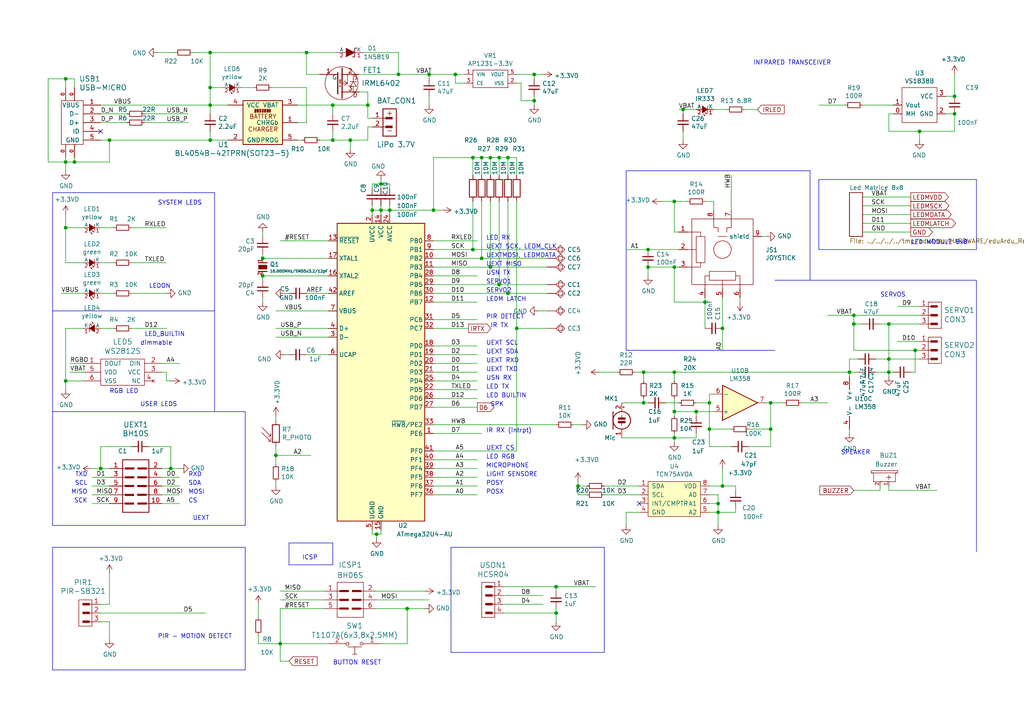
<source format=kicad_sch>
(kicad_sch (version 20230121) (generator eeschema)
  (paper "A4")
  (junction (at 115.57 21.59))
  (junction (at 80.01 132.08))
  (junction (at 109.22 154.94))
  (junction (at 19.05 22.86))
  (junction (at 186.69 107.95))
  (junction (at 195.58 58.42))
  (junction (at 118.11 176.53))
  (junction (at 161.29 170.18))
  (junction (at 107.95 60.96))
  (junction (at 223.52 116.84))
  (junction (at 223.52 124.46))
  (junction (at 137.16 72.39))
  (junction (at 29.21 135.89))
  (junction (at 76.2 74.93))
  (junction (at 187.96 77.47))
  (junction (at 19.05 46.99))
  (junction (at 195.58 119.38))
  (junction (at 147.32 85.09))
  (junction (at 208.28 146.05))
  (junction (at 154.94 29.21))
  (junction (at 205.74 124.46))
  (junction (at 208.28 148.59))
  (junction (at 19.05 66.04))
  (junction (at 76.2 80.01))
  (junction (at 257.81 93.98))
  (junction (at 139.7 74.93))
  (junction (at 209.55 140.97))
  (junction (at 96.52 30.48))
  (junction (at 195.58 107.95))
  (junction (at 276.86 27.94))
  (junction (at 101.6 40.64))
  (junction (at 125.73 60.96))
  (junction (at 137.16 45.72))
  (junction (at 149.86 95.25))
  (junction (at 142.24 45.72))
  (junction (at 60.96 30.48))
  (junction (at 246.38 107.95))
  (junction (at 110.49 53.34))
  (junction (at 195.58 77.47))
  (junction (at 49.53 135.89))
  (junction (at 265.43 101.6))
  (junction (at 167.64 140.97))
  (junction (at 19.05 110.49))
  (junction (at 124.46 21.59))
  (junction (at 139.7 45.72))
  (junction (at 96.52 40.64))
  (junction (at 195.58 127))
  (junction (at 60.96 25.4))
  (junction (at 154.94 21.59))
  (junction (at 187.96 72.39))
  (junction (at 31.75 40.64))
  (junction (at 110.49 60.96))
  (junction (at 257.81 107.95))
  (junction (at 60.96 40.64))
  (junction (at 88.9 15.24))
  (junction (at 147.32 45.72))
  (junction (at 266.7 38.1))
  (junction (at 144.78 82.55))
  (junction (at 276.86 33.02))
  (junction (at 161.29 177.8))
  (junction (at 201.93 119.38))
  (junction (at 257.81 104.14))
  (junction (at 144.78 45.72))
  (junction (at 186.69 116.84))
  (junction (at 198.12 31.75))
  (junction (at 81.28 186.69))
  (junction (at 209.55 95.25))
  (junction (at 204.47 87.63))
  (junction (at 247.65 93.98))
  (junction (at 60.96 15.24))
  (junction (at 106.68 30.48))
  (junction (at 113.03 60.96))
  (junction (at 132.08 21.59))
  (junction (at 21.59 46.99))
  (junction (at 205.74 116.84))
  (junction (at 142.24 77.47))
  (junction (at 247.65 91.44))
  (no_connect (at 185.42 146.05))
  (no_connect (at 29.21 38.1))
  (wire (pts (xy 212.09 129.54) (xy 205.74 129.54)))
  (wire (pts (xy 266.7 38.1) (xy 257.81 38.1)))
  (wire (pts (xy 137.16 50.8) (xy 137.16 45.72)))
  (wire (pts (xy 46.99 135.89) (xy 49.53 135.89)))
  (wire (pts (xy 95.25 69.85) (xy 81.28 69.85)))
  (wire (pts (xy 181.61 148.59) (xy 181.61 152.4)))
  (wire (pts (xy 107.95 53.34) (xy 110.49 53.34)))
  (wire (pts (xy 264.16 107.95) (xy 265.43 107.95)))
  (wire (pts (xy 125.73 74.93) (xy 139.7 74.93)))
  (wire (pts (xy 201.93 31.75) (xy 198.12 31.75)))
  (wire (pts (xy 24.13 105.41) (xy 20.32 105.41)))
  (wire (pts (xy 81.28 191.77) (xy 83.82 191.77)))
  (wire (pts (xy 81.28 186.69) (xy 74.93 186.69)))
  (wire (pts (xy 124.46 27.94) (xy 124.46 30.48)))
  (wire (pts (xy 125.73 69.85) (xy 138.43 69.85)))
  (wire (pts (xy 96.52 30.48) (xy 106.68 30.48)))
  (wire (pts (xy 106.68 26.67) (xy 106.68 30.48)))
  (wire (pts (xy 154.94 21.59) (xy 157.48 21.59)))
  (wire (pts (xy 106.68 30.48) (xy 106.68 34.29)))
  (wire (pts (xy 204.47 87.63) (xy 195.58 87.63)))
  (wire (pts (xy 195.58 58.42) (xy 199.39 58.42)))
  (wire (pts (xy 161.29 177.8) (xy 161.29 180.34)))
  (wire (pts (xy 205.74 148.59) (xy 208.28 148.59)))
  (wire (pts (xy 257.81 104.14) (xy 266.7 104.14)))
  (wire (pts (xy 139.7 58.42) (xy 139.7 74.93)))
  (wire (pts (xy 80.01 132.08) (xy 80.01 129.54)))
  (wire (pts (xy 196.85 116.84) (xy 193.04 116.84)))
  (wire (pts (xy 125.73 135.89) (xy 138.43 135.89)))
  (wire (pts (xy 257.81 33.02) (xy 259.08 33.02)))
  (wire (pts (xy 21.59 25.4) (xy 21.59 22.86)))
  (wire (pts (xy 276.86 38.1) (xy 266.7 38.1)))
  (wire (pts (xy 170.18 140.97) (xy 167.64 140.97)))
  (wire (pts (xy 21.59 45.72) (xy 21.59 46.99)))
  (wire (pts (xy 149.86 24.13) (xy 151.13 24.13)))
  (wire (pts (xy 125.73 113.03) (xy 138.43 113.03)))
  (wire (pts (xy 29.21 33.02) (xy 36.83 33.02)))
  (wire (pts (xy 76.2 74.93) (xy 76.2 73.66)))
  (wire (pts (xy 246.38 104.14) (xy 246.38 107.95)))
  (wire (pts (xy 205.74 143.51) (xy 208.28 143.51)))
  (wire (pts (xy 60.96 30.48) (xy 60.96 33.02)))
  (wire (pts (xy 260.35 99.06) (xy 266.7 99.06)))
  (wire (pts (xy 125.73 102.87) (xy 138.43 102.87)))
  (wire (pts (xy 74.93 186.69) (xy 74.93 184.15)))
  (wire (pts (xy 95.25 80.01) (xy 76.2 80.01)))
  (wire (pts (xy 83.82 102.87) (xy 82.55 102.87)))
  (wire (pts (xy 31.75 143.51) (xy 26.67 143.51)))
  (wire (pts (xy 223.52 116.84) (xy 227.33 116.84)))
  (polyline (pts (xy 283.21 81.28) (xy 283.21 160.02)))
  (wire (pts (xy 38.1 95.25) (xy 48.26 95.25)))
  (polyline (pts (xy 83.82 157.48) (xy 96.52 157.48)))
  (wire (pts (xy 125.73 143.51) (xy 138.43 143.51)))
  (wire (pts (xy 149.86 45.72) (xy 149.86 50.8)))
  (wire (pts (xy 125.73 92.71) (xy 138.43 92.71)))
  (wire (pts (xy 223.52 129.54) (xy 223.52 124.46)))
  (wire (pts (xy 125.73 80.01) (xy 138.43 80.01)))
  (wire (pts (xy 113.03 59.69) (xy 113.03 60.96)))
  (polyline (pts (xy 181.61 49.53) (xy 234.95 49.53)))
  (wire (pts (xy 201.93 120.65) (xy 201.93 119.38)))
  (wire (pts (xy 146.05 175.26) (xy 157.48 175.26)))
  (wire (pts (xy 247.65 93.98) (xy 247.65 91.44)))
  (wire (pts (xy 115.57 15.24) (xy 115.57 21.59)))
  (wire (pts (xy 257.81 107.95) (xy 257.81 109.22)))
  (wire (pts (xy 154.94 27.94) (xy 154.94 29.21)))
  (wire (pts (xy 254 104.14) (xy 257.81 104.14)))
  (wire (pts (xy 93.98 176.53) (xy 81.28 176.53)))
  (wire (pts (xy 144.78 50.8) (xy 144.78 45.72)))
  (wire (pts (xy 125.73 105.41) (xy 138.43 105.41)))
  (wire (pts (xy 195.58 107.95) (xy 195.58 110.49)))
  (wire (pts (xy 101.6 43.18) (xy 101.6 40.64)))
  (wire (pts (xy 101.6 40.64) (xy 106.68 40.64)))
  (wire (pts (xy 195.58 67.31) (xy 196.85 67.31)))
  (wire (pts (xy 29.21 76.2) (xy 33.02 76.2)))
  (wire (pts (xy 81.28 186.69) (xy 81.28 191.77)))
  (wire (pts (xy 31.75 180.34) (xy 31.75 185.42)))
  (wire (pts (xy 125.73 87.63) (xy 138.43 87.63)))
  (wire (pts (xy 95.25 90.17) (xy 80.01 90.17)))
  (wire (pts (xy 201.93 125.73) (xy 201.93 127)))
  (wire (pts (xy 125.73 123.19) (xy 161.29 123.19)))
  (wire (pts (xy 81.28 176.53) (xy 81.28 186.69)))
  (polyline (pts (xy 237.49 52.07) (xy 283.21 52.07)))
  (wire (pts (xy 49.53 135.89) (xy 52.07 135.89)))
  (wire (pts (xy 125.73 125.73) (xy 139.7 125.73)))
  (wire (pts (xy 107.95 62.23) (xy 107.95 60.96)))
  (wire (pts (xy 80.01 121.92) (xy 80.01 120.65)))
  (wire (pts (xy 88.9 102.87) (xy 95.25 102.87)))
  (wire (pts (xy 50.8 15.24) (xy 45.72 15.24)))
  (wire (pts (xy 142.24 77.47) (xy 158.75 77.47)))
  (wire (pts (xy 195.58 115.57) (xy 195.58 119.38)))
  (wire (pts (xy 46.99 138.43) (xy 52.07 138.43)))
  (wire (pts (xy 19.05 45.72) (xy 19.05 46.99)))
  (wire (pts (xy 46.99 146.05) (xy 52.07 146.05)))
  (wire (pts (xy 142.24 45.72) (xy 144.78 45.72)))
  (wire (pts (xy 149.86 95.25) (xy 158.75 95.25)))
  (polyline (pts (xy 15.24 158.75) (xy 71.12 158.75)))
  (wire (pts (xy 208.28 143.51) (xy 208.28 146.05)))
  (wire (pts (xy 144.78 45.72) (xy 147.32 45.72)))
  (wire (pts (xy 69.85 25.4) (xy 73.66 25.4)))
  (wire (pts (xy 105.41 15.24) (xy 115.57 15.24)))
  (wire (pts (xy 213.36 147.32) (xy 213.36 148.59)))
  (wire (pts (xy 19.05 110.49) (xy 19.05 113.03)))
  (wire (pts (xy 24.13 76.2) (xy 19.05 76.2)))
  (wire (pts (xy 264.16 57.15) (xy 250.19 57.15)))
  (wire (pts (xy 109.22 171.45) (xy 123.19 171.45)))
  (wire (pts (xy 107.95 54.61) (xy 107.95 53.34)))
  (wire (pts (xy 46.99 107.95) (xy 48.26 107.95)))
  (wire (pts (xy 97.79 15.24) (xy 88.9 15.24)))
  (wire (pts (xy 60.96 15.24) (xy 88.9 15.24)))
  (wire (pts (xy 107.95 60.96) (xy 107.95 59.69)))
  (wire (pts (xy 96.52 40.64) (xy 101.6 40.64)))
  (wire (pts (xy 96.52 33.02) (xy 96.52 30.48)))
  (wire (pts (xy 147.32 58.42) (xy 147.32 85.09)))
  (wire (pts (xy 95.25 97.79) (xy 80.01 97.79)))
  (wire (pts (xy 86.36 30.48) (xy 96.52 30.48)))
  (wire (pts (xy 245.11 30.48) (xy 237.49 30.48)))
  (wire (pts (xy 247.65 101.6) (xy 247.65 93.98)))
  (wire (pts (xy 29.21 85.09) (xy 33.02 85.09)))
  (wire (pts (xy 161.29 176.53) (xy 161.29 177.8)))
  (wire (pts (xy 170.18 143.51) (xy 167.64 143.51)))
  (wire (pts (xy 167.64 140.97) (xy 167.64 139.7)))
  (wire (pts (xy 125.73 45.72) (xy 125.73 60.96)))
  (wire (pts (xy 180.34 116.84) (xy 186.69 116.84)))
  (polyline (pts (xy 237.49 72.39) (xy 237.49 52.07)))
  (wire (pts (xy 250.19 59.69) (xy 264.16 59.69)))
  (polyline (pts (xy 130.81 189.23) (xy 175.26 189.23)))
  (wire (pts (xy 38.1 85.09) (xy 48.26 85.09)))
  (wire (pts (xy 104.14 21.59) (xy 115.57 21.59)))
  (wire (pts (xy 19.05 46.99) (xy 21.59 46.99)))
  (wire (pts (xy 208.28 148.59) (xy 208.28 152.4)))
  (wire (pts (xy 205.74 116.84) (xy 205.74 124.46)))
  (wire (pts (xy 125.73 107.95) (xy 138.43 107.95)))
  (wire (pts (xy 144.78 82.55) (xy 158.75 82.55)))
  (wire (pts (xy 232.41 116.84) (xy 240.03 116.84)))
  (wire (pts (xy 109.22 154.94) (xy 109.22 156.21)))
  (wire (pts (xy 139.7 45.72) (xy 142.24 45.72)))
  (wire (pts (xy 132.08 21.59) (xy 134.62 21.59)))
  (polyline (pts (xy 181.61 49.53) (xy 181.61 101.6)))
  (wire (pts (xy 74.93 175.26) (xy 74.93 179.07)))
  (wire (pts (xy 60.96 38.1) (xy 60.96 40.64)))
  (wire (pts (xy 186.69 110.49) (xy 186.69 107.95)))
  (wire (pts (xy 24.13 85.09) (xy 17.78 85.09)))
  (wire (pts (xy 48.26 107.95) (xy 48.26 110.49)))
  (wire (pts (xy 257.81 142.24) (xy 271.78 142.24)))
  (wire (pts (xy 209.55 140.97) (xy 209.55 135.89)))
  (wire (pts (xy 247.65 91.44) (xy 240.03 91.44)))
  (wire (pts (xy 29.21 95.25) (xy 33.02 95.25)))
  (polyline (pts (xy 62.23 90.17) (xy 15.24 90.17)))
  (wire (pts (xy 274.32 27.94) (xy 276.86 27.94)))
  (wire (pts (xy 107.95 36.83) (xy 106.68 36.83)))
  (wire (pts (xy 205.74 124.46) (xy 212.09 124.46)))
  (wire (pts (xy 92.71 40.64) (xy 96.52 40.64)))
  (polyline (pts (xy 62.23 55.88) (xy 62.23 119.38)))
  (wire (pts (xy 266.7 91.44) (xy 247.65 91.44)))
  (wire (pts (xy 13.97 46.99) (xy 19.05 46.99)))
  (wire (pts (xy 173.99 107.95) (xy 179.07 107.95)))
  (wire (pts (xy 254 107.95) (xy 257.81 107.95)))
  (polyline (pts (xy 237.49 72.39) (xy 283.21 72.39)))
  (wire (pts (xy 146.05 170.18) (xy 161.29 170.18)))
  (wire (pts (xy 207.01 60.96) (xy 207.01 58.42)))
  (wire (pts (xy 125.73 115.57) (xy 138.43 115.57)))
  (wire (pts (xy 29.21 135.89) (xy 29.21 129.54)))
  (wire (pts (xy 29.21 175.26) (xy 31.75 175.26)))
  (wire (pts (xy 125.73 133.35) (xy 138.43 133.35)))
  (wire (pts (xy 24.13 95.25) (xy 19.05 95.25)))
  (wire (pts (xy 81.28 186.69) (xy 95.25 186.69)))
  (wire (pts (xy 195.58 58.42) (xy 195.58 67.31)))
  (wire (pts (xy 204.47 87.63) (xy 204.47 95.25)))
  (wire (pts (xy 266.7 101.6) (xy 265.43 101.6)))
  (wire (pts (xy 147.32 45.72) (xy 149.86 45.72)))
  (wire (pts (xy 80.01 140.97) (xy 80.01 139.7)))
  (wire (pts (xy 198.12 38.1) (xy 198.12 40.64)))
  (wire (pts (xy 24.13 107.95) (xy 20.32 107.95)))
  (wire (pts (xy 161.29 170.18) (xy 172.72 170.18)))
  (wire (pts (xy 107.95 153.67) (xy 107.95 154.94)))
  (wire (pts (xy 205.74 129.54) (xy 205.74 124.46)))
  (wire (pts (xy 220.98 68.58) (xy 222.25 68.58)))
  (wire (pts (xy 276.86 33.02) (xy 276.86 38.1)))
  (wire (pts (xy 186.69 115.57) (xy 186.69 116.84)))
  (wire (pts (xy 213.36 148.59) (xy 208.28 148.59)))
  (wire (pts (xy 46.99 140.97) (xy 52.07 140.97)))
  (wire (pts (xy 257.81 38.1) (xy 257.81 33.02)))
  (wire (pts (xy 198.12 33.02) (xy 198.12 31.75)))
  (wire (pts (xy 113.03 54.61) (xy 113.03 53.34)))
  (wire (pts (xy 207.01 58.42) (xy 204.47 58.42)))
  (wire (pts (xy 137.16 45.72) (xy 125.73 45.72)))
  (wire (pts (xy 41.91 35.56) (xy 54.61 35.56)))
  (wire (pts (xy 60.96 25.4) (xy 60.96 15.24)))
  (wire (pts (xy 191.77 58.42) (xy 195.58 58.42)))
  (wire (pts (xy 19.05 66.04) (xy 19.05 76.2)))
  (wire (pts (xy 151.13 24.13) (xy 151.13 29.21)))
  (wire (pts (xy 276.86 27.94) (xy 276.86 21.59)))
  (wire (pts (xy 223.52 124.46) (xy 217.17 124.46)))
  (wire (pts (xy 21.59 22.86) (xy 19.05 22.86)))
  (wire (pts (xy 139.7 50.8) (xy 139.7 45.72)))
  (wire (pts (xy 31.75 138.43) (xy 26.67 138.43)))
  (wire (pts (xy 195.58 125.73) (xy 195.58 127)))
  (wire (pts (xy 259.08 107.95) (xy 257.81 107.95)))
  (wire (pts (xy 96.52 38.1) (xy 96.52 40.64)))
  (wire (pts (xy 125.73 72.39) (xy 137.16 72.39)))
  (wire (pts (xy 204.47 86.36) (xy 204.47 87.63)))
  (wire (pts (xy 109.22 154.94) (xy 110.49 154.94)))
  (polyline (pts (xy 15.24 55.88) (xy 62.23 55.88)))
  (wire (pts (xy 144.78 58.42) (xy 144.78 82.55)))
  (wire (pts (xy 187.96 77.47) (xy 187.96 80.01)))
  (wire (pts (xy 88.9 25.4) (xy 88.9 35.56)))
  (wire (pts (xy 29.21 30.48) (xy 60.96 30.48)))
  (wire (pts (xy 195.58 128.27) (xy 195.58 127)))
  (wire (pts (xy 146.05 172.72) (xy 157.48 172.72)))
  (wire (pts (xy 29.21 180.34) (xy 31.75 180.34)))
  (wire (pts (xy 88.9 35.56) (xy 86.36 35.56)))
  (wire (pts (xy 212.09 50.8) (xy 212.09 60.96)))
  (wire (pts (xy 132.08 24.13) (xy 132.08 21.59)))
  (wire (pts (xy 207.01 119.38) (xy 201.93 119.38)))
  (wire (pts (xy 149.86 95.25) (xy 149.86 130.81)))
  (wire (pts (xy 29.21 177.8) (xy 59.69 177.8)))
  (wire (pts (xy 274.32 33.02) (xy 276.86 33.02)))
  (polyline (pts (xy 15.24 119.38) (xy 71.12 119.38)))
  (wire (pts (xy 185.42 140.97) (xy 175.26 140.97)))
  (wire (pts (xy 41.91 33.02) (xy 54.61 33.02)))
  (wire (pts (xy 195.58 107.95) (xy 246.38 107.95)))
  (wire (pts (xy 205.74 140.97) (xy 209.55 140.97)))
  (wire (pts (xy 125.73 82.55) (xy 144.78 82.55)))
  (wire (pts (xy 60.96 30.48) (xy 60.96 25.4)))
  (wire (pts (xy 167.64 143.51) (xy 167.64 140.97)))
  (wire (pts (xy 125.73 95.25) (xy 135.89 95.25)))
  (wire (pts (xy 124.46 21.59) (xy 132.08 21.59)))
  (wire (pts (xy 166.37 123.19) (xy 168.91 123.19)))
  (wire (pts (xy 255.27 93.98) (xy 257.81 93.98)))
  (wire (pts (xy 137.16 45.72) (xy 139.7 45.72)))
  (wire (pts (xy 80.01 132.08) (xy 90.17 132.08)))
  (wire (pts (xy 110.49 154.94) (xy 110.49 153.67)))
  (wire (pts (xy 93.98 173.99) (xy 81.28 173.99)))
  (wire (pts (xy 113.03 60.96) (xy 125.73 60.96)))
  (wire (pts (xy 137.16 72.39) (xy 158.75 72.39)))
  (wire (pts (xy 250.19 93.98) (xy 247.65 93.98)))
  (wire (pts (xy 29.21 135.89) (xy 26.67 135.89)))
  (wire (pts (xy 83.82 85.09) (xy 82.55 85.09)))
  (wire (pts (xy 125.73 138.43) (xy 138.43 138.43)))
  (wire (pts (xy 46.99 105.41) (xy 52.07 105.41)))
  (polyline (pts (xy 83.82 157.48) (xy 83.82 163.83)))
  (wire (pts (xy 118.11 176.53) (xy 123.19 176.53)))
  (wire (pts (xy 125.73 140.97) (xy 138.43 140.97)))
  (wire (pts (xy 13.97 22.86) (xy 13.97 46.99)))
  (wire (pts (xy 154.94 22.86) (xy 154.94 21.59)))
  (polyline (pts (xy 224.79 81.28) (xy 283.21 81.28)))
  (wire (pts (xy 250.19 64.77) (xy 264.16 64.77)))
  (wire (pts (xy 95.25 95.25) (xy 80.01 95.25)))
  (wire (pts (xy 118.11 186.69) (xy 118.11 176.53)))
  (wire (pts (xy 257.81 140.97) (xy 257.81 142.24)))
  (wire (pts (xy 109.22 173.99) (xy 124.46 173.99)))
  (wire (pts (xy 266.7 93.98) (xy 257.81 93.98)))
  (polyline (pts (xy 181.61 101.6) (xy 224.79 101.6)))
  (wire (pts (xy 257.81 93.98) (xy 257.81 104.14)))
  (wire (pts (xy 186.69 107.95) (xy 195.58 107.95)))
  (wire (pts (xy 19.05 25.4) (xy 19.05 22.86)))
  (wire (pts (xy 196.85 72.39) (xy 187.96 72.39)))
  (wire (pts (xy 147.32 85.09) (xy 158.75 85.09)))
  (wire (pts (xy 195.58 119.38) (xy 195.58 120.65)))
  (wire (pts (xy 196.85 77.47) (xy 195.58 77.47)))
  (wire (pts (xy 246.38 124.46) (xy 246.38 125.73)))
  (wire (pts (xy 31.75 146.05) (xy 26.67 146.05)))
  (wire (pts (xy 110.49 60.96) (xy 113.03 60.96)))
  (wire (pts (xy 19.05 22.86) (xy 13.97 22.86)))
  (polyline (pts (xy 15.24 55.88) (xy 15.24 152.4)))
  (wire (pts (xy 257.81 104.14) (xy 257.81 107.95)))
  (wire (pts (xy 259.08 30.48) (xy 250.19 30.48)))
  (polyline (pts (xy 96.52 163.83) (xy 96.52 157.48)))
  (wire (pts (xy 31.75 135.89) (xy 29.21 135.89)))
  (wire (pts (xy 124.46 22.86) (xy 124.46 21.59)))
  (wire (pts (xy 125.73 60.96) (xy 128.27 60.96)))
  (polyline (pts (xy 71.12 152.4) (xy 71.12 119.38)))
  (wire (pts (xy 246.38 109.22) (xy 246.38 107.95)))
  (wire (pts (xy 104.14 26.67) (xy 106.68 26.67)))
  (wire (pts (xy 24.13 110.49) (xy 19.05 110.49)))
  (wire (pts (xy 209.55 140.97) (xy 213.36 140.97)))
  (wire (pts (xy 250.19 62.23) (xy 264.16 62.23)))
  (wire (pts (xy 86.36 40.64) (xy 87.63 40.64)))
  (wire (pts (xy 29.21 35.56) (xy 36.83 35.56)))
  (wire (pts (xy 24.13 66.04) (xy 19.05 66.04)))
  (wire (pts (xy 19.05 62.23) (xy 19.05 66.04)))
  (wire (pts (xy 125.73 118.11) (xy 138.43 118.11)))
  (polyline (pts (xy 71.12 158.75) (xy 71.12 194.31)))
  (wire (pts (xy 110.49 60.96) (xy 110.49 62.23)))
  (polyline (pts (xy 130.81 158.75) (xy 130.81 189.23)))
  (wire (pts (xy 55.88 15.24) (xy 60.96 15.24)))
  (wire (pts (xy 180.34 127) (xy 195.58 127)))
  (wire (pts (xy 31.75 175.26) (xy 31.75 166.37)))
  (wire (pts (xy 265.43 101.6) (xy 265.43 107.95)))
  (wire (pts (xy 110.49 59.69) (xy 110.49 60.96)))
  (wire (pts (xy 134.62 24.13) (xy 132.08 24.13)))
  (wire (pts (xy 185.42 143.51) (xy 175.26 143.51)))
  (wire (pts (xy 76.2 86.36) (xy 76.2 87.63)))
  (wire (pts (xy 161.29 170.18) (xy 161.29 171.45)))
  (wire (pts (xy 187.96 72.39) (xy 181.61 72.39)))
  (wire (pts (xy 147.32 50.8) (xy 147.32 45.72)))
  (wire (pts (xy 19.05 46.99) (xy 19.05 49.53)))
  (wire (pts (xy 139.7 74.93) (xy 158.75 74.93)))
  (wire (pts (xy 201.93 116.84) (xy 205.74 116.84)))
  (polyline (pts (xy 283.21 52.07) (xy 283.21 72.39)))
  (wire (pts (xy 78.74 25.4) (xy 88.9 25.4)))
  (wire (pts (xy 195.58 127) (xy 201.93 127)))
  (wire (pts (xy 205.74 114.3) (xy 207.01 114.3)))
  (wire (pts (xy 248.92 104.14) (xy 246.38 104.14)))
  (wire (pts (xy 151.13 29.21) (xy 154.94 29.21)))
  (wire (pts (xy 19.05 95.25) (xy 19.05 110.49)))
  (wire (pts (xy 46.99 143.51) (xy 52.07 143.51)))
  (wire (pts (xy 195.58 77.47) (xy 187.96 77.47)))
  (wire (pts (xy 146.05 177.8) (xy 161.29 177.8)))
  (wire (pts (xy 250.19 67.31) (xy 264.16 67.31)))
  (wire (pts (xy 38.1 66.04) (xy 48.26 66.04)))
  (wire (pts (xy 110.49 53.34) (xy 113.03 53.34)))
  (wire (pts (xy 184.15 107.95) (xy 186.69 107.95)))
  (polyline (pts (xy 71.12 194.31) (xy 15.24 194.31)))
  (polyline (pts (xy 175.26 158.75) (xy 130.81 158.75)))
  (wire (pts (xy 195.58 87.63) (xy 195.58 77.47)))
  (wire (pts (xy 213.36 140.97) (xy 213.36 142.24)))
  (wire (pts (xy 214.63 87.63) (xy 214.63 86.36)))
  (polyline (pts (xy 15.24 152.4) (xy 71.12 152.4)))
  (wire (pts (xy 29.21 129.54) (xy 38.1 129.54)))
  (wire (pts (xy 38.1 76.2) (xy 48.26 76.2)))
  (wire (pts (xy 207.01 31.75) (xy 210.82 31.75)))
  (wire (pts (xy 76.2 74.93) (xy 95.25 74.93)))
  (polyline (pts (xy 83.82 163.83) (xy 96.52 163.83)))
  (wire (pts (xy 21.59 46.99) (xy 31.75 46.99)))
  (wire (pts (xy 186.69 116.84) (xy 187.96 116.84)))
  (wire (pts (xy 106.68 34.29) (xy 107.95 34.29)))
  (wire (pts (xy 125.73 100.33) (xy 138.43 100.33)))
  (polyline (pts (xy 15.24 194.31) (xy 15.24 158.75)))
  (wire (pts (xy 110.49 53.34) (xy 110.49 54.61)))
  (wire (pts (xy 110.49 186.69) (xy 118.11 186.69)))
  (wire (pts (xy 115.57 21.59) (xy 124.46 21.59)))
  (wire (pts (xy 265.43 101.6) (xy 247.65 101.6)))
  (wire (pts (xy 60.96 40.64) (xy 31.75 40.64)))
  (wire (pts (xy 31.75 140.97) (xy 26.67 140.97)))
  (wire (pts (xy 88.9 85.09) (xy 95.25 85.09)))
  (wire (pts (xy 209.55 86.36) (xy 209.55 95.25)))
  (wire (pts (xy 48.26 110.49) (xy 49.53 110.49)))
  (wire (pts (xy 110.49 52.07) (xy 110.49 53.34)))
  (wire (pts (xy 255.27 142.24) (xy 247.65 142.24)))
  (wire (pts (xy 201.93 119.38) (xy 195.58 119.38)))
  (wire (pts (xy 222.25 116.84) (xy 223.52 116.84)))
  (wire (pts (xy 260.35 88.9) (xy 266.7 88.9)))
  (polyline (pts (xy 234.95 49.53) (xy 234.95 81.28)))
  (wire (pts (xy 158.75 90.17) (xy 156.21 90.17)))
  (wire (pts (xy 266.7 38.1) (xy 266.7 40.64)))
  (wire (pts (xy 137.16 58.42) (xy 137.16 72.39)))
  (wire (pts (xy 185.42 148.59) (xy 181.61 148.59)))
  (wire (pts (xy 205.74 146.05) (xy 208.28 146.05)))
  (wire (pts (xy 215.9 31.75) (xy 219.71 31.75)))
  (wire (pts (xy 60.96 40.64) (xy 66.04 40.64)))
  (wire (pts (xy 209.55 95.25) (xy 209.55 101.6)))
  (wire (pts (xy 60.96 30.48) (xy 66.04 30.48)))
  (wire (pts (xy 60.96 25.4) (xy 64.77 25.4)))
  (wire (pts (xy 93.98 171.45) (xy 81.28 171.45)))
  (wire (pts (xy 198.12 31.75) (xy 196.85 31.75)))
  (wire (pts (xy 107.95 154.94) (xy 109.22 154.94)))
  (polyline (pts (xy 175.26 189.23) (xy 175.26 158.75)))
  (wire (pts (xy 113.03 60.96) (xy 113.03 62.23)))
  (wire (pts (xy 88.9 21.59) (xy 88.9 15.24)))
  (wire (pts (xy 76.2 80.01) (xy 76.2 81.28)))
  (wire (pts (xy 76.2 68.58) (xy 76.2 67.31)))
  (wire (pts (xy 29.21 66.04) (xy 33.02 66.04)))
  (wire (pts (xy 31.75 46.99) (xy 31.75 40.64)))
  (wire (pts (xy 31.75 40.64) (xy 29.21 40.64)))
  (wire (pts (xy 255.27 140.97) (xy 255.27 142.24)))
  (wire (pts (xy 49.53 129.54) (xy 49.53 135.89)))
  (wire (pts (xy 80.01 134.62) (xy 80.01 132.08)))
  (wire (pts (xy 43.18 129.54) (xy 49.53 129.54)))
  (wire (pts (xy 149.86 58.42) (xy 149.86 95.25)))
  (wire (pts (xy 246.38 107.95) (xy 248.92 107.95)))
  (wire (pts (xy 106.68 36.83) (xy 106.68 40.64)))
  (wire (pts (xy 125.73 85.09) (xy 147.32 85.09)))
  (wire (pts (xy 125.73 77.47) (xy 142.24 77.47)))
  (wire (pts (xy 107.95 60.96) (xy 110.49 60.96)))
  (wire (pts (xy 92.71 21.59) (xy 88.9 21.59)))
  (wire (pts (xy 109.22 176.53) (xy 118.11 176.53)))
  (wire (pts (xy 205.74 114.3) (xy 205.74 116.84)))
  (wire (pts (xy 217.17 129.54) (xy 223.52 129.54)))
  (wire (pts (xy 142.24 58.42) (xy 142.24 77.47)))
  (wire (pts (xy 208.28 146.05) (xy 208.28 148.59)))
  (wire (pts (xy 125.73 110.49) (xy 138.43 110.49)))
  (wire (pts (xy 223.52 116.84) (xy 223.52 124.46)))
  (wire (pts (xy 142.24 50.8) (xy 142.24 45.72)))
  (wire (pts (xy 149.86 21.59) (xy 154.94 21.59)))
  (wire (pts (xy 125.73 130.81) (xy 149.86 130.81)))
  (wire (pts (xy 154.94 29.21) (xy 154.94 30.48)))
  (text "MISO" (at 25.4 143.51 0) (effects (font (size 1.27 1.27)) (justify right bottom)))
  (text "LEDON" (at 43.18 83.82 0) (effects (font (size 1.27 1.27)) (justify left bottom)))
  (text "USN RX" (at 140.97 110.49 0) (effects (font (size 1.27 1.27)) (justify left bottom)))
  (text "UEXT CS" (at 140.97 130.81 0) (effects (font (size 1.27 1.27)) (justify left bottom)))
  (text "SPEAKER" (at 243.84 132.08 0) (effects (font (size 1.27 1.27)) (justify left bottom)))
  (text "CS" (at 54.61 146.05 0) (effects (font (size 1.27 1.27)) (justify left bottom)))
  (text "USN TX" (at 140.97 80.01 0) (effects (font (size 1.27 1.27)) (justify left bottom)))
  (text "UEXT" (at 55.88 151.13 0) (effects (font (size 1.27 1.27)) (justify left bottom)))
  (text "POSX" (at 140.97 143.51 0) (effects (font (size 1.27 1.27)) (justify left bottom)))
  (text "UEXTMOSI, LEDMDATA" (at 140.97 74.93 0) (effects (font (size 1.27 1.27)) (justify left bottom)))
  (text "SERVO1" (at 140.97 82.55 0) (effects (font (size 1.27 1.27)) (justify left bottom)))
  (text "BUTTON RESET" (at 96.52 193.04 0) (effects (font (size 1.27 1.27)) (justify left bottom)))
  (text "MOSI" (at 54.61 143.51 0) (effects (font (size 1.27 1.27)) (justify left bottom)))
  (text "LED_BUILTIN" (at 41.91 97.79 0) (effects (font (size 1.27 1.27)) (justify left bottom)))
  (text "INFRARED TRANSCEIVER" (at 218.44 19.05 0) (effects (font (size 1.27 1.27)) (justify left bottom)))
  (text "IR RX (intrpt)" (at 140.97 125.73 0) (effects (font (size 1.27 1.27)) (justify left bottom)))
  (text "POSY" (at 140.97 140.97 0) (effects (font (size 1.27 1.27)) (justify left bottom)))
  (text "SCK" (at 25.4 146.05 0) (effects (font (size 1.27 1.27)) (justify right bottom)))
  (text "SDA" (at 54.61 140.97 0) (effects (font (size 1.27 1.27)) (justify left bottom)))
  (text "UEXT MISO" (at 140.97 77.47 0) (effects (font (size 1.27 1.27)) (justify left bottom)))
  (text "SYSTEM LEDS" (at 45.72 59.69 0) (effects (font (size 1.27 1.27)) (justify left bottom)))
  (text "PIR - MOTION DETECT" (at 45.72 185.42 0) (effects (font (size 1.27 1.27)) (justify left bottom)))
  (text "LED BUILTIN" (at 140.97 115.57 0) (effects (font (size 1.27 1.27)) (justify left bottom)))
  (text "MICROPHONE" (at 140.97 135.89 0) (effects (font (size 1.27 1.27)) (justify left bottom)))
  (text "USER LEDS" (at 40.64 118.11 0) (effects (font (size 1.27 1.27)) (justify left bottom)))
  (text "dimmable" (at 40.64 100.33 0) (effects (font (size 1.27 1.27)) (justify left bottom)))
  (text "RGB LED" (at 31.75 114.3 0) (effects (font (size 1.27 1.27)) (justify left bottom)))
  (text "LED RX" (at 140.97 69.85 0) (effects (font (size 1.27 1.27)) (justify left bottom)))
  (text "UEXT SCK, LEDM_CLK" (at 140.97 72.39 0) (effects (font (size 1.27 1.27)) (justify left bottom)))
  (text "SPK" (at 142.24 118.11 0) (effects (font (size 1.27 1.27)) (justify left bottom)))
  (text "UEXT SCL" (at 140.97 100.33 0) (effects (font (size 1.27 1.27)) (justify left bottom)))
  (text "RXD" (at 54.61 138.43 0) (effects (font (size 1.27 1.27)) (justify left bottom)))
  (text "UEXT TXD" (at 140.97 107.95 0) (effects (font (size 1.27 1.27)) (justify left bottom)))
  (text "SERVO2" (at 140.97 85.09 0) (effects (font (size 1.27 1.27)) (justify left bottom)))
  (text "UEXT SDA" (at 140.97 102.87 0) (effects (font (size 1.27 1.27)) (justify left bottom)))
  (text "UEXT RXD" (at 140.97 105.41 0) (effects (font (size 1.27 1.27)) (justify left bottom)))
  (text "LED TX" (at 140.97 113.03 0) (effects (font (size 1.27 1.27)) (justify left bottom)))
  (text "LED RGB " (at 140.97 133.35 0) (effects (font (size 1.27 1.27)) (justify left bottom)))
  (text "IR TX" (at 142.24 95.25 0) (effects (font (size 1.27 1.27)) (justify left bottom)))
  (text "LEDM LATCH" (at 140.97 87.63 0) (effects (font (size 1.27 1.27)) (justify left bottom)))
  (text "LED MODULE 8x8" (at 264.16 71.12 0) (effects (font (size 1.27 1.27)) (justify left bottom)))
  (text "LIGHT SENSORE" (at 140.97 138.43 0) (effects (font (size 1.27 1.27)) (justify left bottom)))
  (text "SERVOS" (at 255.27 86.36 0) (effects (font (size 1.27 1.27)) (justify left bottom)))
  (text "TXD" (at 25.4 138.43 0) (effects (font (size 1.27 1.27)) (justify right bottom)))
  (text "PIR DETECT" (at 140.97 92.71 0) (effects (font (size 1.27 1.27)) (justify left bottom)))
  (text "ICSP" (at 87.63 162.56 0) (effects (font (size 1.27 1.27)) (justify left bottom)))
  (text "SCL" (at 25.4 140.97 0) (effects (font (size 1.27 1.27)) (justify right bottom)))
  (label "MISO" (at 27.94 143.51 0))
  (label "VBAT" (at 265.43 142.24 0))
  (label "D2" (at 48.26 140.97 0))
  (label "USB_N" (at 48.26 33.02 0))
  (label "D12" (at 130.81 115.57 0))
  (label "MOSI" (at 130.81 74.93 0))
  (label "VBAT" (at 242.57 91.44 0))
  (label "D_N" (at 29.21 33.02 0))
  (label "A3" (at 234.95 116.84 0))
  (label "VBUS" (at 17.78 85.09 0))
  (label "D1" (at 27.94 138.43 0))
  (label "D10" (at 130.81 85.09 0))
  (label "MISO" (at 82.55 171.45 0))
  (label "GND" (at 252.73 67.31 0))
  (label "RXLED" (at 41.91 66.04 0))
  (label "AREF" (at 88.9 85.09 0))
  (label "A0" (at 209.55 101.6 90))
  (label "SCK" (at 130.81 72.39 0))
  (label "A4" (at 132.08 133.35 0))
  (label "VBAT" (at 120.65 21.59 0))
  (label "D5" (at 55.88 177.8 180))
  (label "VBAT" (at 252.73 57.15 0))
  (label "D6" (at 130.81 118.11 0))
  (label "USB_P" (at 48.26 35.56 0))
  (label "D7" (at 130.81 125.73 0))
  (label "D2" (at 179.07 140.97 0))
  (label "SCK" (at 82.55 173.99 0))
  (label "A1" (at 182.88 72.39 0))
  (label "MOSI" (at 110.49 173.99 0))
  (label "D3" (at 130.81 100.33 0))
  (label "HWB" (at 212.09 54.61 90))
  (label "D0" (at 130.81 105.41 0))
  (label "MISO" (at 130.81 77.47 0))
  (label "VBUS" (at 33.02 30.48 0))
  (label "D1" (at 130.81 107.95 0))
  (label "A3" (at 132.08 135.89 0))
  (label "A0" (at 132.08 143.51 0))
  (label "D9" (at 130.81 82.55 0))
  (label "USB_P" (at 81.28 95.25 0))
  (label "USB_N" (at 81.28 97.79 0))
  (label "A2" (at 132.08 138.43 0))
  (label "D13" (at 130.81 95.25 0))
  (label "D10" (at 261.62 99.06 0))
  (label "D_P" (at 29.21 35.56 0))
  (label "D11" (at 252.73 64.77 0))
  (label "D0" (at 48.26 138.43 0))
  (label "D2" (at 130.81 102.87 0))
  (label "RGBO" (at 20.32 105.41 0))
  (label "#RESET" (at 82.55 176.53 0))
  (label "SCK" (at 252.73 59.69 0))
  (label "A5" (at 48.26 146.05 0))
  (label "D12" (at 41.91 95.25 0))
  (label "D7" (at 240.03 30.48 0))
  (label "VBAT" (at 20.32 107.95 0))
  (label "TXLED" (at 130.81 113.03 0))
  (label "D8" (at 151.13 172.72 0))
  (label "HWB" (at 130.81 123.19 0))
  (label "A5" (at 132.08 130.81 0))
  (label "A1" (at 132.08 140.97 0))
  (label "VBAT" (at 166.37 170.18 0))
  (label "TXLED" (at 41.91 76.2 0))
  (label "A4" (at 48.26 105.41 0))
  (label "D11" (at 130.81 87.63 0))
  (label "MOSI" (at 48.26 143.51 0))
  (label "VBUS" (at 82.55 90.17 0))
  (label "D4" (at 151.13 175.26 0))
  (label "D3" (at 27.94 140.97 0))
  (label "SCK" (at 27.94 146.05 0))
  (label "D4" (at 130.81 110.49 0))
  (label "VBAT" (at 196.85 31.75 0))
  (label "D5" (at 130.81 92.71 0))
  (label "D9" (at 261.62 88.9 0))
  (label "MOSI" (at 252.73 62.23 0))
  (label "D8" (at 130.81 80.01 0))
  (label "D3" (at 179.07 143.51 0))
  (label "#RESET" (at 82.55 69.85 0))
  (label "A2" (at 85.09 132.08 0))
  (label "RXLED" (at 130.81 69.85 0))
  (global_label "LEDMLATCH" (shape output) (at 264.16 64.77 0) (property "Intersheetrefs" "${INTERSHEET_REFS}" (effects hide)))
  (global_label "IRTX" (shape output) (at 135.89 95.25 0) (property "Intersheetrefs" "${INTERSHEET_REFS}" (effects hide)))
  (global_label "GND" (shape output) (at 264.16 67.31 0) (property "Intersheetrefs" "${INTERSHEET_REFS}" (effects hide)))
  (global_label "D6" (shape output) (at 138.43 118.11 0) (property "Intersheetrefs" "${INTERSHEET_REFS}" (effects hide)))
  (global_label "LEDMSCK" (shape output) (at 264.16 59.69 0) (property "Intersheetrefs" "${INTERSHEET_REFS}" (effects hide)))
  (global_label "RESET" (shape input) (at 83.82 191.77 0) (property "Intersheetrefs" "${INTERSHEET_REFS}" (effects hide)))
  (global_label "LEDMVDD" (shape output) (at 264.16 57.15 0) (property "Intersheetrefs" "${INTERSHEET_REFS}" (effects hide)))
  (global_label "BUZZER" (shape input) (at 247.65 142.24 180) (property "Intersheetrefs" "${INTERSHEET_REFS}" (effects hide)))
  (global_label "LEDMDATA" (shape output) (at 264.16 62.23 0) (property "Intersheetrefs" "${INTERSHEET_REFS}" (effects hide)))
  (global_label "IRLED" (shape input) (at 219.71 31.75 0) (property "Intersheetrefs" "${INTERSHEET_REFS}" (effects hide)))
  (symbol (lib_id "eduArdu_Rev_B:USB-MINI") (at 21.59 35.56 0) (mirror y) (unit 1)
    (property "Reference" "USB1" (at 29.21 22.86 0) (effects (font (size 1.524 1.524)) (justify left)))
    (property "Value" "USB-MICRO" (at 36.83 25.4 0) (effects (font (size 1.524 1.524)) (justify left)))
    (property "Footprint" "OLIMEX_Connectors-FP:MICRO_USB_5P-F_TYPE_DIP" (effects hide))
  )
  (symbol (lib_id "eduArdu_Rev_B:GND") (at 19.05 49.53 0) (unit 1)
    (property "Reference" "#PWR01" (effects hide))
    (property "Value" "GND" (at 19.177 53.9242 0))
  )
  (symbol (lib_id "eduArdu_Rev_B:R_Small") (at 39.37 33.02 270) (unit 1)
    (property "Reference" "R5" (at 35.56 31.75 90))
    (property "Value" "22R" (at 43.18 31.75 90))
    (property "Footprint" "OLIMEX_RLC-FP:R_0402_5MIL_DWS" (effects hide))
  )
  (symbol (lib_id "eduArdu_Rev_B:R_Small") (at 39.37 35.56 270) (unit 1)
    (property "Reference" "R6" (at 35.56 34.29 90))
    (property "Value" "22R" (at 43.18 34.29 90))
    (property "Footprint" "OLIMEX_RLC-FP:R_0402_5MIL_DWS" (effects hide))
  )
  (symbol (lib_id "eduArdu_Rev_B:BL4054B-42TPRN(SOT23-5)") (at 76.2 35.56 0) (unit 1)
    (property "Reference" "U1" (at 64.77 41.91 0) (effects (font (size 1.524 1.524))))
    (property "Value" "BL4054B-42TPRN(SOT23-5)" (at 67.31 44.45 0) (effects (font (size 1.524 1.524))))
    (property "Footprint" "OLIMEX_Regulators-FP:SOT-23-5" (effects hide))
  )
  (symbol (lib_id "eduArdu_Rev_B:C_Small") (at 60.96 35.56 0) (unit 1)
    (property "Reference" "C2" (at 63.2968 34.3916 0) (effects (justify left)))
    (property "Value" "2.2uF" (at 63.2968 36.703 0) (effects (justify left)))
    (property "Footprint" "OLIMEX_RLC-FP:C_0603_5MIL_DWS" (effects hide))
  )
  (symbol (lib_id "eduArdu_Rev_B:LED_Small") (at 67.31 25.4 180) (unit 1)
    (property "Reference" "LED6" (at 67.31 19.9644 0))
    (property "Value" "yellow" (at 67.31 22.2758 0))
    (property "Footprint" "OLIMEX_LEDs-FP:LED_0603_KA" (effects hide))
  )
  (symbol (lib_id "eduArdu_Rev_B:R_Small") (at 76.2 25.4 270) (unit 1)
    (property "Reference" "R9" (at 76.2 20.4216 90))
    (property "Value" "2K" (at 76.2 22.733 90))
    (property "Footprint" "OLIMEX_RLC-FP:R_0402_5MIL_DWS" (effects hide))
  )
  (symbol (lib_id "eduArdu_Rev_B:R_Small") (at 90.17 40.64 270) (unit 1)
    (property "Reference" "R10" (at 86.36 43.18 90))
    (property "Value" "10K" (at 93.98 43.18 90))
    (property "Footprint" "OLIMEX_RLC-FP:R_0402_5MIL_DWS" (effects hide))
  )
  (symbol (lib_id "eduArdu_Rev_B:GND") (at 101.6 43.18 0) (unit 1)
    (property "Reference" "#PWR015" (effects hide))
    (property "Value" "GND" (at 101.727 47.5742 0))
  )
  (symbol (lib_id "eduArdu_Rev_B:C_Small") (at 96.52 35.56 0) (unit 1)
    (property "Reference" "C7" (at 98.8568 34.3916 0) (effects (justify left)))
    (property "Value" "2.2uF" (at 98.8568 36.703 0) (effects (justify left)))
    (property "Footprint" "OLIMEX_RLC-FP:C_0603_5MIL_DWS" (effects hide))
  )
  (symbol (lib_id "eduArdu_Rev_B:P-MOS+DIOD") (at 99.06 24.13 270) (mirror x) (unit 1)
    (property "Reference" "FET1" (at 107.95 20.32 90) (effects (font (size 1.524 1.524))))
    (property "Value" "IRML6402" (at 110.49 24.13 90) (effects (font (size 1.524 1.524))))
    (property "Footprint" "OLIMEX_Transistors-FP:SOT23" (effects hide))
  )
  (symbol (lib_id "eduArdu_Rev_B:BAT_CON") (at 113.03 35.56 0) (unit 1)
    (property "Reference" "BAT_CON1" (at 109.22 29.21 0) (effects (font (size 1.524 1.524)) (justify left)))
    (property "Value" "LiPo 3.7V" (at 109.22 41.91 0) (effects (font (size 1.524 1.524)) (justify left)))
    (property "Footprint" "OLIMEX_Connectors-FP:LIPO_BAT-CON2DW02R" (effects hide))
  )
  (symbol (lib_id "eduArdu_Rev_B:D_Schottky") (at 101.6 15.24 180) (unit 1)
    (property "Reference" "D1" (at 107.95 13.97 0))
    (property "Value" "1N5819" (at 109.22 16.51 0))
    (property "Footprint" "OLIMEX_Diodes-FP:SMA-KA" (effects hide))
  )
  (symbol (lib_id "eduArdu_Rev_B:ATmega32U4-AU") (at 110.49 107.95 0) (unit 1)
    (property "Reference" "U2" (at 116.84 152.4 0))
    (property "Value" "ATmega32U4-AU" (at 123.19 154.94 0))
    (property "Footprint" "OLIMEX_IC-FP:TQFP44" (effects hide))
    (property "Datasheet" "http://ww1.microchip.com/downloads/en/DeviceDoc/Atmel-7766-8-bit-AVR-ATmega16U4-32U4_Datasheet.pdf" (effects hide))
  )
  (symbol (lib_id "eduArdu_Rev_B:Crystal") (at 76.2 77.47 270) (unit 1)
    (property "Reference" "Q1" (at 78.2574 76.6826 90) (effects (justify left)))
    (property "Value" "16.000MHz/SMD5x3.2/12pF" (at 78.2574 78.6384 90) (effects (font (size 0.7874 0.7874)) (justify left)))
    (property "Footprint" "OLIMEX_Crystal-FP:HCX-4S_2Pins_5.0x3.2mm" (effects hide))
  )
  (symbol (lib_id "eduArdu_Rev_B:C_Small") (at 76.2 83.82 180) (unit 1)
    (property "Reference" "C4" (at 73.8632 84.9884 0) (effects (justify left)))
    (property "Value" "20pF" (at 73.8632 82.677 0) (effects (justify left)))
    (property "Footprint" "OLIMEX_RLC-FP:C_0402_5MIL_DWS" (effects hide))
  )
  (symbol (lib_id "eduArdu_Rev_B:GND") (at 76.2 87.63 0) (unit 1)
    (property "Reference" "#PWR012" (effects hide))
    (property "Value" "GND" (at 76.327 92.0242 0))
  )
  (symbol (lib_id "eduArdu_Rev_B:C_Small") (at 76.2 71.12 0) (mirror y) (unit 1)
    (property "Reference" "C3" (at 73.8632 69.9516 0) (effects (justify left)))
    (property "Value" "20pF" (at 73.8632 72.263 0) (effects (justify left)))
    (property "Footprint" "OLIMEX_RLC-FP:C_0402_5MIL_DWS" (effects hide))
  )
  (symbol (lib_id "eduArdu_Rev_B:GND") (at 76.2 67.31 0) (mirror x) (unit 1)
    (property "Reference" "#PWR011" (effects hide))
    (property "Value" "GND" (at 76.327 62.9158 0))
  )
  (symbol (lib_id "eduArdu_Rev_B:C_Small") (at 86.36 85.09 270) (unit 1)
    (property "Reference" "C5" (at 82.55 83.82 90))
    (property "Value" "100nF" (at 91.44 86.36 90))
    (property "Footprint" "OLIMEX_RLC-FP:C_0402_5MIL_DWS" (effects hide))
  )
  (symbol (lib_id "eduArdu_Rev_B:GND") (at 82.55 85.09 270) (unit 1)
    (property "Reference" "#PWR013" (effects hide))
    (property "Value" "GND" (at 85.09 86.36 90) (effects (justify right)))
  )
  (symbol (lib_id "eduArdu_Rev_B:C_Small") (at 107.95 57.15 0) (mirror x) (unit 1)
    (property "Reference" "C8" (at 105.41 54.61 90))
    (property "Value" "100nF" (at 118.11 57.15 0))
    (property "Footprint" "OLIMEX_RLC-FP:C_0402_5MIL_DWS" (effects hide))
  )
  (symbol (lib_id "eduArdu_Rev_B:GND") (at 110.49 52.07 0) (mirror x) (unit 1)
    (property "Reference" "#PWR017" (effects hide))
    (property "Value" "GND" (at 111.76 48.26 0) (effects (justify right)))
  )
  (symbol (lib_id "eduArdu_Rev_B:C_Small") (at 110.49 57.15 0) (mirror x) (unit 1)
    (property "Reference" "C9" (at 109.22 54.61 90))
    (property "Value" "100nF" (at 118.11 59.69 0))
    (property "Footprint" "OLIMEX_RLC-FP:C_0402_5MIL_DWS" (effects hide))
  )
  (symbol (lib_id "eduArdu_Rev_B:C_Small") (at 113.03 57.15 0) (mirror x) (unit 1)
    (property "Reference" "C10" (at 111.76 54.61 90))
    (property "Value" "100nF" (at 118.11 62.23 0))
    (property "Footprint" "OLIMEX_RLC-FP:C_0402_5MIL_DWS" (effects hide))
  )
  (symbol (lib_id "eduArdu_Rev_B:C_Small") (at 214.63 129.54 90) (unit 1)
    (property "Reference" "C21" (at 219.71 132.08 90) (effects (justify left)))
    (property "Value" "47pF" (at 219.71 134.62 90) (effects (justify left)))
    (property "Footprint" "OLIMEX_RLC-FP:C_0402_5MIL_DWS" (effects hide))
  )
  (symbol (lib_id "eduArdu_Rev_B:C_Small") (at 124.46 25.4 0) (unit 1)
    (property "Reference" "C11" (at 126.7968 24.2316 0) (effects (justify left)))
    (property "Value" "47uF" (at 126.7968 26.543 0) (effects (justify left)))
    (property "Footprint" "OLIMEX_RLC-FP:C_0805_5MIL_DWS" (effects hide))
  )
  (symbol (lib_id "eduArdu_Rev_B:TCN75") (at 195.58 144.78 0) (unit 1)
    (property "Reference" "U4" (at 195.58 135.255 0))
    (property "Value" "TCN75AVOA" (at 195.58 137.5664 0))
    (property "Footprint" "OLIMEX_IC-FP:SO-8" (effects hide))
  )
  (symbol (lib_id "eduArdu_Rev_B:GND") (at 124.46 30.48 0) (unit 1)
    (property "Reference" "#PWR020" (effects hide))
    (property "Value" "GND" (at 124.587 34.8742 0))
  )
  (symbol (lib_id "eduArdu_Rev_B:+3.3VD") (at 157.48 21.59 270) (unit 1)
    (property "Reference" "#PWR023" (effects hide))
    (property "Value" "+3.3VD" (at 160.7312 21.971 90) (effects (justify left)))
  )
  (symbol (lib_id "eduArdu_Rev_B:+3.3VD") (at 128.27 60.96 270) (unit 1)
    (property "Reference" "#PWR021" (effects hide))
    (property "Value" "+3.3VD" (at 131.5212 61.341 90) (effects (justify left)))
  )
  (symbol (lib_id "eduArdu_Rev_B:C_Small") (at 86.36 102.87 270) (unit 1)
    (property "Reference" "C6" (at 90.17 101.6 90))
    (property "Value" "1uF" (at 91.44 104.14 90))
    (property "Footprint" "OLIMEX_RLC-FP:C_0603_5MIL_DWS" (effects hide))
  )
  (symbol (lib_id "eduArdu_Rev_B:GND") (at 82.55 102.87 270) (unit 1)
    (property "Reference" "#PWR014" (effects hide))
    (property "Value" "GND" (at 78.74 104.14 90) (effects (justify right)))
  )
  (symbol (lib_id "eduArdu_Rev_B:GND") (at 109.22 156.21 0) (unit 1)
    (property "Reference" "#PWR016" (effects hide))
    (property "Value" "GND" (at 109.347 160.6042 0))
  )
  (symbol (lib_id "eduArdu_Rev_B:JOYSTICK") (at 209.55 72.39 0) (unit 1)
    (property "Reference" "JS1" (at 222.0214 72.4916 0) (effects (justify left)))
    (property "Value" "JOYSTICK" (at 222.0214 74.803 0) (effects (justify left)))
    (property "Footprint" "OLIMEX_Buttons-FP:JOYSTICK" (effects hide))
  )
  (symbol (lib_id "eduArdu_Rev_B:GND") (at 187.96 80.01 0) (unit 1)
    (property "Reference" "#PWR028" (effects hide))
    (property "Value" "GND" (at 188.087 84.4042 0))
  )
  (symbol (lib_id "eduArdu_Rev_B:C_Small") (at 187.96 74.93 0) (unit 1)
    (property "Reference" "C14" (at 190.2968 73.7616 0) (effects (justify left)))
    (property "Value" "100nF" (at 190.2968 76.073 0) (effects (justify left)))
    (property "Footprint" "OLIMEX_RLC-FP:C_0402_5MIL_DWS" (effects hide))
  )
  (symbol (lib_id "eduArdu_Rev_B:GND") (at 222.25 68.58 90) (unit 1)
    (property "Reference" "#PWR033" (effects hide))
    (property "Value" "GND" (at 225.5012 68.453 90) (effects (justify right)))
  )
  (symbol (lib_id "eduArdu_Rev_B:R_Small") (at 201.93 58.42 270) (unit 1)
    (property "Reference" "R14" (at 201.93 53.4416 90))
    (property "Value" "100R" (at 201.93 55.753 90))
    (property "Footprint" "OLIMEX_RLC-FP:R_0402_5MIL_DWS" (effects hide))
  )
  (symbol (lib_id "eduArdu_Rev_B:GND") (at 181.61 152.4 0) (unit 1)
    (property "Reference" "#PWR041" (effects hide))
    (property "Value" "GND" (at 181.737 156.7942 0))
  )
  (symbol (lib_id "eduArdu_Rev_B:+3.3VD") (at 191.77 58.42 90) (unit 1)
    (property "Reference" "#PWR029" (effects hide))
    (property "Value" "+3.3VD" (at 188.5188 58.039 90) (effects (justify left)))
  )
  (symbol (lib_id "eduArdu_Rev_B:C_Small") (at 207.01 95.25 270) (mirror x) (unit 1)
    (property "Reference" "C15" (at 208.1784 92.9132 0) (effects (justify left)))
    (property "Value" "100nF" (at 205.867 92.9132 0) (effects (justify left)))
    (property "Footprint" "OLIMEX_RLC-FP:C_0402_5MIL_DWS" (effects hide))
  )
  (symbol (lib_id "eduArdu_Rev_B:C_Small") (at 201.93 123.19 0) (unit 1)
    (property "Reference" "C23" (at 200.66 128.27 0) (effects (justify left)))
    (property "Value" "1uF" (at 200.66 130.81 0) (effects (justify left)))
    (property "Footprint" "OLIMEX_RLC-FP:C_0603_5MIL_DWS" (effects hide))
  )
  (symbol (lib_id "eduArdu_Rev_B:+3.3VD") (at 214.63 87.63 180) (unit 1)
    (property "Reference" "#PWR032" (effects hide))
    (property "Value" "+3.3VD" (at 214.249 92.0242 0))
  )
  (symbol (lib_id "eduArdu_Rev_B:BH10S") (at 39.37 140.97 0) (unit 1)
    (property "Reference" "UEXT1" (at 39.37 123.19 0) (effects (font (size 1.524 1.524))))
    (property "Value" "BH10S" (at 39.37 125.73 0) (effects (font (size 1.524 1.524))))
    (property "Footprint" "OLIMEX_Connectors-FP:UEXTM-SMD" (effects hide))
  )
  (symbol (lib_id "eduArdu_Rev_B:GND") (at 52.07 135.89 90) (unit 1)
    (property "Reference" "#PWR09" (effects hide))
    (property "Value" "GND" (at 55.3212 135.763 90) (effects (justify right)))
  )
  (symbol (lib_id "eduArdu_Rev_B:+3.3VD") (at 26.67 135.89 90) (unit 1)
    (property "Reference" "#PWR04" (effects hide))
    (property "Value" "+3.3VD" (at 23.4188 135.509 90) (effects (justify left)))
  )
  (symbol (lib_id "eduArdu_Rev_B:C_Small") (at 40.64 129.54 270) (unit 1)
    (property "Reference" "C1" (at 35.56 130.81 90))
    (property "Value" "1uF" (at 45.72 130.81 90))
    (property "Footprint" "OLIMEX_RLC-FP:C_0603_5MIL_DWS" (effects hide))
  )
  (symbol (lib_id "eduArdu_Rev_B:GND") (at 208.28 152.4 0) (unit 1)
    (property "Reference" "#PWR042" (effects hide))
    (property "Value" "GND" (at 208.407 156.7942 0))
  )
  (symbol (lib_id "eduArdu_Rev_B:LED_Small") (at 26.67 66.04 180) (unit 1)
    (property "Reference" "LED1" (at 26.67 60.6044 0))
    (property "Value" "yellow" (at 26.67 62.9158 0))
    (property "Footprint" "OLIMEX_LEDs-FP:LED_0603_KA" (effects hide))
  )
  (symbol (lib_id "eduArdu_Rev_B:R_Small") (at 35.56 66.04 270) (unit 1)
    (property "Reference" "R1" (at 33.02 63.5 90))
    (property "Value" "2K" (at 38.1 63.5 90))
    (property "Footprint" "OLIMEX_RLC-FP:R_0402_5MIL_DWS" (effects hide))
  )
  (symbol (lib_id "eduArdu_Rev_B:TESTPAD") (at 161.29 82.55 0) (unit 1)
    (property "Reference" "CC1" (at 164.5158 82.55 0) (effects (justify left)))
    (property "Value" "TESTPAD" (effects hide))
    (property "Footprint" "OLIMEX_Other-FP:Mounting_hole_Shield_4.3mm" (effects hide))
  )
  (symbol (lib_id "eduArdu_Rev_B:LED_Small") (at 26.67 76.2 180) (unit 1)
    (property "Reference" "LED2" (at 26.67 70.7644 0))
    (property "Value" "green" (at 26.67 73.0758 0))
    (property "Footprint" "OLIMEX_LEDs-FP:LED_0603_KA" (effects hide))
  )
  (symbol (lib_id "eduArdu_Rev_B:R_Small") (at 35.56 76.2 270) (unit 1)
    (property "Reference" "R2" (at 33.02 73.66 90))
    (property "Value" "10K" (at 38.1 73.66 90))
    (property "Footprint" "OLIMEX_RLC-FP:R_0402_5MIL_DWS" (effects hide))
  )
  (symbol (lib_id "eduArdu_Rev_B:TESTPAD") (at 161.29 85.09 0) (unit 1)
    (property "Reference" "CC2" (at 164.5158 85.09 0) (effects (justify left)))
    (property "Value" "TESTPAD" (effects hide))
    (property "Footprint" "OLIMEX_Other-FP:Mounting_hole_Shield_4.3mm" (effects hide))
  )
  (symbol (lib_id "eduArdu_Rev_B:TESTPAD") (at 161.29 95.25 0) (unit 1)
    (property "Reference" "CC3" (at 164.5158 95.25 0) (effects (justify left)))
    (property "Value" "TESTPAD" (effects hide))
    (property "Footprint" "OLIMEX_Other-FP:Mounting_hole_Shield_4.3mm" (effects hide))
  )
  (symbol (lib_id "eduArdu_Rev_B:LED_Small") (at 26.67 95.25 0) (unit 1)
    (property "Reference" "LED4" (at 26.67 89.281 0))
    (property "Value" "yellow" (at 26.67 91.5924 0))
    (property "Footprint" "OLIMEX_LEDs-FP:LED_0603_KA" (effects hide))
  )
  (symbol (lib_id "eduArdu_Rev_B:R_Small") (at 35.56 95.25 270) (unit 1)
    (property "Reference" "R4" (at 33.02 92.71 90))
    (property "Value" "2K" (at 38.1 92.71 90))
    (property "Footprint" "OLIMEX_RLC-FP:R_0402_5MIL_DWS" (effects hide))
  )
  (symbol (lib_id "eduArdu_Rev_B:GND") (at 19.05 113.03 0) (unit 1)
    (property "Reference" "#PWR03" (effects hide))
    (property "Value" "GND" (at 19.177 117.4242 0))
  )
  (symbol (lib_id "eduArdu_Rev_B:WS2812S") (at 35.56 107.95 0) (mirror y) (unit 1)
    (property "Reference" "LED5" (at 35.56 99.1362 0) (effects (font (size 1.524 1.524))))
    (property "Value" "WS2812S" (at 35.56 101.8286 0) (effects (font (size 1.524 1.524))))
    (property "Footprint" "OLIMEX_LEDs-FP:WS2812_NO_SILK" (effects hide))
  )
  (symbol (lib_id "eduArdu_Rev_B:TESTPAD") (at 161.29 90.17 0) (unit 1)
    (property "Reference" "CC4" (at 164.5158 90.17 0) (effects (justify left)))
    (property "Value" "TESTPAD" (effects hide))
    (property "Footprint" "OLIMEX_Other-FP:Mounting_hole_Shield_4.3mm" (effects hide))
  )
  (symbol (lib_id "eduArdu_Rev_B:C_Small") (at 251.46 104.14 270) (unit 1)
    (property "Reference" "C24" (at 252.6284 106.4768 0) (effects (justify left)))
    (property "Value" "47uF" (at 250.317 106.4768 0) (effects (justify left)))
    (property "Footprint" "OLIMEX_RLC-FP:C_0603_5MIL_DWS" (effects hide))
  )
  (symbol (lib_id "eduArdu_Rev_B:R_Small") (at 172.72 140.97 270) (unit 1)
    (property "Reference" "R20" (at 168.91 142.24 90))
    (property "Value" "10K" (at 176.53 142.24 90))
    (property "Footprint" "OLIMEX_RLC-FP:R_0402_5MIL_DWS" (effects hide))
  )
  (symbol (lib_id "eduArdu_Rev_B:R_Small") (at 172.72 143.51 270) (unit 1)
    (property "Reference" "R21" (at 168.91 146.05 90))
    (property "Value" "10K" (at 176.53 146.05 90))
    (property "Footprint" "OLIMEX_RLC-FP:R_0402_5MIL_DWS" (effects hide))
  )
  (symbol (lib_id "eduArdu_Rev_B:GND") (at 156.21 90.17 270) (unit 1)
    (property "Reference" "#PWR0101" (effects hide))
    (property "Value" "GND" (at 152.9588 90.297 90) (effects (justify right)))
  )
  (symbol (lib_id "eduArdu_Rev_B:TESTPAD") (at 161.29 77.47 0) (unit 1)
    (property "Reference" "CC7" (at 164.5158 77.47 0) (effects (justify left)))
    (property "Value" "TESTPAD" (effects hide))
    (property "Footprint" "OLIMEX_Other-FP:Mounting_hole_Shield_4.3mm" (effects hide))
  )
  (symbol (lib_id "eduArdu_Rev_B:TESTPAD") (at 161.29 74.93 0) (unit 1)
    (property "Reference" "CC6" (at 164.5158 74.93 0) (effects (justify left)))
    (property "Value" "TESTPAD" (effects hide))
    (property "Footprint" "OLIMEX_Other-FP:Mounting_hole_Shield_4.3mm" (effects hide))
  )
  (symbol (lib_id "eduArdu_Rev_B:TESTPAD") (at 161.29 72.39 0) (unit 1)
    (property "Reference" "CC5" (at 164.5158 72.39 0) (effects (justify left)))
    (property "Value" "TESTPAD" (effects hide))
    (property "Footprint" "OLIMEX_Other-FP:Mounting_hole_Shield_4.3mm" (effects hide))
  )
  (symbol (lib_id "eduArdu_Rev_B:+3.3VD") (at 49.53 110.49 270) (unit 1)
    (property "Reference" "#PWR08" (effects hide))
    (property "Value" "+3.3VD" (at 52.7812 110.871 90) (effects (justify left)))
  )
  (symbol (lib_id "eduArdu_Rev_B:+3.3VD") (at 209.55 135.89 0) (mirror y) (unit 1)
    (property "Reference" "#PWR043" (effects hide))
    (property "Value" "+3.3VD" (at 214.63 137.16 0))
  )
  (symbol (lib_id "eduArdu_Rev_B:+3.3VD") (at 167.64 139.7 0) (mirror y) (unit 1)
    (property "Reference" "#PWR040" (effects hide))
    (property "Value" "+3.3VD" (at 170.18 133.35 0))
  )
  (symbol (lib_id "eduArdu_Rev_B:C_Small") (at 213.36 144.78 0) (mirror x) (unit 1)
    (property "Reference" "C20" (at 217.17 147.32 0))
    (property "Value" "100nF" (at 218.44 149.86 0))
    (property "Footprint" "OLIMEX_RLC-FP:C_0402_5MIL_DWS" (effects hide))
  )
  (symbol (lib_id "eduArdu_Rev_B:R-Device") (at 137.16 54.61 0) (unit 1)
    (property "Reference" "R26" (at 134.62 40.64 0) (effects (justify left)))
    (property "Value" "10M" (at 138.43 50.8 90) (effects (justify left)))
    (property "Footprint" "OLIMEX_RLC-FP:R_0402_5MIL_DWS" (effects hide))
  )
  (symbol (lib_id "eduArdu_Rev_B:R_Small") (at 163.83 123.19 270) (unit 1)
    (property "Reference" "R11" (at 163.83 118.2116 90))
    (property "Value" "10K" (at 163.83 120.523 90))
    (property "Footprint" "OLIMEX_RLC-FP:R_0402_5MIL_DWS" (effects hide))
  )
  (symbol (lib_id "eduArdu_Rev_B:GND") (at 168.91 123.19 90) (unit 1)
    (property "Reference" "#PWR026" (effects hide))
    (property "Value" "GND" (at 172.1612 123.063 90) (effects (justify right)))
  )
  (symbol (lib_id "eduArdu_Rev_B:BH06S") (at 101.6 173.99 0) (unit 1)
    (property "Reference" "ICSP1" (at 101.6 163.83 0) (effects (font (size 1.524 1.524))))
    (property "Value" "BH06S" (at 101.6 166.8526 0) (effects (font (size 1.524 1.524))))
    (property "Footprint" "OLIMEX_Connectors-FP:HN2x3" (effects hide))
  )
  (symbol (lib_id "eduArdu_Rev_B:R-Device") (at 139.7 54.61 0) (unit 1)
    (property "Reference" "R27" (at 138.43 43.18 0) (effects (justify left)))
    (property "Value" "10M" (at 140.97 50.8 90) (effects (justify left)))
    (property "Footprint" "OLIMEX_RLC-FP:R_0402_5MIL_DWS" (effects hide))
  )
  (symbol (lib_id "eduArdu_Rev_B:R-Device") (at 142.24 54.61 0) (unit 1)
    (property "Reference" "R28" (at 140.97 40.64 0) (effects (justify left)))
    (property "Value" "10M" (at 143.51 50.8 90) (effects (justify left)))
    (property "Footprint" "OLIMEX_RLC-FP:R_0402_5MIL_DWS" (effects hide))
  )
  (symbol (lib_id "eduArdu_Rev_B:R-Device") (at 144.78 54.61 0) (unit 1)
    (property "Reference" "R29" (at 143.51 43.18 0) (effects (justify left)))
    (property "Value" "10M" (at 146.05 50.8 90) (effects (justify left)))
    (property "Footprint" "OLIMEX_RLC-FP:R_0402_5MIL_DWS" (effects hide))
  )
  (symbol (lib_id "eduArdu_Rev_B:R-Device") (at 147.32 54.61 0) (unit 1)
    (property "Reference" "R30" (at 146.05 40.64 0) (effects (justify left)))
    (property "Value" "10M" (at 148.59 50.8 90) (effects (justify left)))
    (property "Footprint" "OLIMEX_RLC-FP:R_0402_5MIL_DWS" (effects hide))
  )
  (symbol (lib_id "eduArdu_Rev_B:R-Device") (at 149.86 54.61 0) (unit 1)
    (property "Reference" "R31" (at 148.59 43.18 0) (effects (justify left)))
    (property "Value" "10M" (at 151.13 50.8 90) (effects (justify left)))
    (property "Footprint" "OLIMEX_RLC-FP:R_0402_5MIL_DWS" (effects hide))
  )
  (symbol (lib_id "eduArdu_Rev_B:+3.3VD") (at 123.19 171.45 270) (unit 1)
    (property "Reference" "#PWR018" (effects hide))
    (property "Value" "+3.3VD" (at 126.4412 171.831 90) (effects (justify left)))
  )
  (symbol (lib_id "eduArdu_Rev_B:GND") (at 123.19 176.53 90) (unit 1)
    (property "Reference" "#PWR019" (effects hide))
    (property "Value" "GND" (at 126.4412 176.403 90) (effects (justify right)))
  )
  (symbol (lib_id "eduArdu_Rev_B:T1107A(6x3,8x2,5MM)") (at 102.87 186.69 180) (unit 1)
    (property "Reference" "SW1" (at 102.87 181.5084 0) (effects (font (size 1.524 1.524))))
    (property "Value" "T1107A(6x3,8x2,5MM)" (at 102.87 184.2008 0) (effects (font (size 1.524 1.524))))
    (property "Footprint" "OLIMEX_Buttons-FP:T1107A(6x3,8x2,5MM)" (effects hide))
  )
  (symbol (lib_id "eduArdu_Rev_B:R_Small") (at 74.93 181.61 180) (unit 1)
    (property "Reference" "R8" (at 77.47 185.42 0))
    (property "Value" "10K" (at 77.47 189.23 0))
    (property "Footprint" "OLIMEX_RLC-FP:R_0402_5MIL_DWS" (effects hide))
  )
  (symbol (lib_id "eduArdu_Rev_B:+3.3VD") (at 74.93 175.26 0) (unit 1)
    (property "Reference" "#PWR010" (effects hide))
    (property "Value" "+3.3VD" (at 75.311 170.8658 0))
  )
  (symbol (lib_id "eduArdu_Rev_B:+3.3VD") (at 19.05 62.23 0) (unit 1)
    (property "Reference" "#PWR02" (effects hide))
    (property "Value" "+3.3VD" (at 19.431 57.8358 0))
  )
  (symbol (lib_id "eduArdu_Rev_B:R_Small") (at 53.34 15.24 270) (unit 1)
    (property "Reference" "R22" (at 49.53 17.78 90))
    (property "Value" "10K" (at 57.15 17.78 90))
    (property "Footprint" "OLIMEX_RLC-FP:R_0402_5MIL_DWS" (effects hide))
  )
  (symbol (lib_id "eduArdu_Rev_B:GND") (at 45.72 15.24 270) (unit 1)
    (property "Reference" "#PWR038" (effects hide))
    (property "Value" "GND" (at 42.4688 15.367 90) (effects (justify right)))
  )
  (symbol (lib_id "eduArdu_Rev_B:R_Small") (at 186.69 113.03 0) (unit 1)
    (property "Reference" "R23" (at 188.1886 111.8616 0) (effects (justify left)))
    (property "Value" "2K" (at 188.1886 114.173 0) (effects (justify left)))
    (property "Footprint" "OLIMEX_RLC-FP:R_0402_5MIL_DWS" (effects hide))
  )
  (symbol (lib_id "eduArdu_Rev_B:LED_Small") (at 26.67 85.09 180) (unit 1)
    (property "Reference" "LED3" (at 26.67 79.6544 0))
    (property "Value" "green" (at 26.67 81.9658 0))
    (property "Footprint" "OLIMEX_LEDs-FP:LED_0603_KA" (effects hide))
  )
  (symbol (lib_id "eduArdu_Rev_B:R_Small") (at 35.56 85.09 270) (unit 1)
    (property "Reference" "R3" (at 33.02 82.55 90))
    (property "Value" "10K" (at 38.1 82.55 90))
    (property "Footprint" "OLIMEX_RLC-FP:R_0402_5MIL_DWS" (effects hide))
  )
  (symbol (lib_id "eduArdu_Rev_B:GND") (at 48.26 85.09 90) (unit 1)
    (property "Reference" "#PWR07" (effects hide))
    (property "Value" "GND" (at 51.5112 84.963 90) (effects (justify right)))
  )
  (symbol (lib_id "eduArdu_Rev_B:R_Small") (at 195.58 113.03 0) (unit 1)
    (property "Reference" "R24" (at 198.12 104.14 0) (effects (justify left)))
    (property "Value" "20K" (at 198.12 106.68 0) (effects (justify left)))
    (property "Footprint" "OLIMEX_RLC-FP:R_0402_5MIL_DWS" (effects hide))
  )
  (symbol (lib_id "eduArdu_Rev_B:C_Small") (at 261.62 107.95 270) (unit 1)
    (property "Reference" "C25" (at 262.7884 110.2868 0) (effects (justify left)))
    (property "Value" "47uF" (at 260.477 110.2868 0) (effects (justify left)))
    (property "Footprint" "OLIMEX_RLC-FP:C_0603_5MIL_DWS" (effects hide))
  )
  (symbol (lib_id "eduArdu_Rev_B:R_Small") (at 195.58 123.19 0) (unit 1)
    (property "Reference" "R25" (at 197.0786 122.0216 0) (effects (justify left)))
    (property "Value" "10K" (at 197.0786 124.333 0) (effects (justify left)))
    (property "Footprint" "OLIMEX_RLC-FP:R_0402_5MIL_DWS" (effects hide))
  )
  (symbol (lib_id "eduArdu_Rev_B:GND") (at 195.58 128.27 0) (unit 1)
    (property "Reference" "#PWR045" (effects hide))
    (property "Value" "GND" (at 195.707 132.6642 0))
  )
  (symbol (lib_id "eduArdu_Rev_B:C_Small") (at 251.46 107.95 270) (unit 1)
    (property "Reference" "C17" (at 252.6284 110.2868 0) (effects (justify left)))
    (property "Value" "47uF" (at 250.317 110.2868 0) (effects (justify left)))
    (property "Footprint" "OLIMEX_RLC-FP:C_0603_5MIL_DWS" (effects hide))
  )
  (symbol (lib_id "eduArdu_Rev_B:C_Small") (at 198.12 35.56 0) (unit 1)
    (property "Reference" "C26" (at 200.4568 34.3916 0) (effects (justify left)))
    (property "Value" "47uF" (at 200.4568 36.703 0) (effects (justify left)))
    (property "Footprint" "OLIMEX_RLC-FP:C_0805_5MIL_DWS" (effects hide))
  )
  (symbol (lib_id "eduArdu_Rev_B:CON3") (at 26.67 177.8 0) (unit 1)
    (property "Reference" "PIR1" (at 24.13 168.91 0) (effects (font (size 1.524 1.524))))
    (property "Value" "PIR-SB321" (at 24.13 171.45 0) (effects (font (size 1.524 1.524))))
    (property "Footprint" "OLIMEX_Connectors-FP:HN1x3" (effects hide))
  )
  (symbol (lib_id "eduArdu_Rev_B:LM358-Amplifier_Operational") (at 214.63 116.84 0) (mirror x) (unit 2)
    (property "Reference" "U10" (at 214.63 107.5182 0))
    (property "Value" "LM358" (at 214.63 109.8296 0))
    (property "Footprint" "OLIMEX_IC-FP:SO-8" (effects hide))
    (property "Datasheet" "http://www.ti.com/lit/ds/symlink/lm2904-n.pdf" (effects hide))
  )
  (symbol (lib_id "eduArdu_Rev_B:+3.3VD") (at 173.99 107.95 90) (mirror x) (unit 1)
    (property "Reference" "#PWR044" (effects hide))
    (property "Value" "+3.3VD" (at 167.64 105.41 0))
  )
  (symbol (lib_id "eduArdu_Rev_B:GND") (at 198.12 40.64 0) (unit 1)
    (property "Reference" "#PWR0102" (effects hide))
    (property "Value" "GND" (at 198.247 45.0342 0))
  )
  (symbol (lib_id "eduArdu_Rev_B:R_Small") (at 181.61 107.95 270) (unit 1)
    (property "Reference" "R12" (at 181.61 102.9716 90))
    (property "Value" "22R" (at 181.61 105.283 90))
    (property "Footprint" "OLIMEX_RLC-FP:R_0402_5MIL_DWS" (effects hide))
  )
  (symbol (lib_id "eduArdu_Rev_B:R_Small-Device") (at 199.39 116.84 270) (unit 1)
    (property "Reference" "R15" (at 199.39 111.8616 90))
    (property "Value" "1K" (at 199.39 114.173 90))
    (property "Footprint" "OLIMEX_RLC-FP:R_0402_5MIL_DWS" (effects hide))
  )
  (symbol (lib_id "eduArdu_Rev_B:C_Small") (at 190.5 116.84 270) (unit 1)
    (property "Reference" "C16" (at 187.96 119.38 90) (effects (justify left)))
    (property "Value" "1uF" (at 187.96 121.92 90) (effects (justify left)))
    (property "Footprint" "OLIMEX_RLC-FP:C_0603_5MIL_DWS" (effects hide))
  )
  (symbol (lib_id "eduArdu_Rev_B:R_Small-Device") (at 214.63 124.46 270) (unit 1)
    (property "Reference" "R16" (at 218.44 123.19 90))
    (property "Value" "100K" (at 218.44 125.73 90))
    (property "Footprint" "OLIMEX_RLC-FP:R_0402_5MIL_DWS" (effects hide))
  )
  (symbol (lib_id "eduArdu_Rev_B:CON4") (at 143.51 172.72 0) (unit 1)
    (property "Reference" "USON1" (at 143.0274 163.9062 0) (effects (font (size 1.524 1.524))))
    (property "Value" "HCSR04" (at 143.0274 166.5986 0) (effects (font (size 1.524 1.524))))
    (property "Footprint" "OLIMEX_Connectors-FP:USONIC-PING" (effects hide))
  )
  (symbol (lib_id "eduArdu_Rev_B:C_Small") (at 161.29 173.99 0) (unit 1)
    (property "Reference" "C13" (at 163.6268 172.8216 0) (effects (justify left)))
    (property "Value" "1uF" (at 163.6268 175.133 0) (effects (justify left)))
    (property "Footprint" "OLIMEX_RLC-FP:C_0603_5MIL_DWS" (effects hide))
  )
  (symbol (lib_id "eduArdu_Rev_B:GND") (at 161.29 180.34 0) (unit 1)
    (property "Reference" "#PWR024" (effects hide))
    (property "Value" "GND" (at 161.417 184.7342 0))
  )
  (symbol (lib_id "eduArdu_Rev_B:LED_Small") (at 204.47 31.75 180) (unit 1)
    (property "Reference" "LED7" (at 204.47 26.3144 0))
    (property "Value" "IR333" (at 204.47 28.6258 0))
    (property "Footprint" "OLIMEX_LEDs-FP:LED-5mm-PTH-AK" (effects hide))
  )
  (symbol (lib_id "eduArdu_Rev_B:R_Small") (at 213.36 31.75 270) (unit 1)
    (property "Reference" "R13" (at 210.82 29.21 90))
    (property "Value" "6.8R" (at 215.9 29.21 90))
    (property "Footprint" "OLIMEX_RLC-FP:R_1206_5MIL_DWS" (effects hide))
  )
  (symbol (lib_id "eduArdu_Rev_B:R_Small") (at 229.87 116.84 270) (unit 1)
    (property "Reference" "R17" (at 229.87 111.8616 90))
    (property "Value" "100R" (at 229.87 114.173 90))
    (property "Footprint" "OLIMEX_RLC-FP:R_0402_5MIL_DWS" (effects hide))
  )
  (symbol (lib_id "eduArdu_Rev_B:RPM7236-H8") (at 266.7 30.48 0) (mirror y) (unit 1)
    (property "Reference" "U3" (at 266.7 21.209 0))
    (property "Value" "VS1838B" (at 266.7 23.5204 0))
    (property "Footprint" "OLIMEX_IC-FP:RPM7236-H8-V" (effects hide))
  )
  (symbol (lib_id "eduArdu_Rev_B:GND") (at 266.7 40.64 0) (mirror y) (unit 1)
    (property "Reference" "#PWR037" (effects hide))
    (property "Value" "GND" (at 266.573 45.0342 0))
  )
  (symbol (lib_id "eduArdu_Rev_B:Microphone_Condenser-Device") (at 180.34 121.92 0) (unit 1)
    (property "Reference" "MK1" (at 175.26 115.57 0) (effects (justify left)))
    (property "Value" "Mic" (at 175.26 127 0) (effects (justify left)))
    (property "Footprint" "OLIMEX_Other-FP:MIC" (effects hide))
  )
  (symbol (lib_id "eduArdu_Rev_B:+3.3VD") (at 276.86 21.59 0) (mirror y) (unit 1)
    (property "Reference" "#PWR039" (effects hide))
    (property "Value" "+3.3VD" (at 276.479 17.1958 0))
  )
  (symbol (lib_id "eduArdu_Rev_B:C_Small") (at 276.86 30.48 180) (unit 1)
    (property "Reference" "C19" (at 281.94 25.4 0))
    (property "Value" "100nF" (at 280.67 35.56 0))
    (property "Footprint" "OLIMEX_RLC-FP:C_0402_5MIL_DWS" (effects hide))
  )
  (symbol (lib_id "eduArdu_Rev_B:R_Small") (at 247.65 30.48 90) (mirror x) (unit 1)
    (property "Reference" "R19" (at 247.65 25.5016 90))
    (property "Value" "100R" (at 247.65 27.813 90))
    (property "Footprint" "OLIMEX_RLC-FP:R_0402_5MIL_DWS" (effects hide))
  )
  (symbol (lib_id "eduArdu_Rev_B:LM358-Amplifier_Operational") (at 248.92 116.84 0) (unit 3)
    (property "Reference" "U10" (at 247.8532 115.6716 0) (effects (justify left)))
    (property "Value" "LM358" (at 247.8532 117.983 0) (effects (justify left)))
    (property "Footprint" "OLIMEX_IC-FP:SO-8" (effects hide))
    (property "Datasheet" "http://www.ti.com/lit/ds/symlink/lm2904-n.pdf" (effects hide))
  )
  (symbol (lib_id "eduArdu_Rev_B:GND") (at 246.38 125.73 0) (unit 1)
    (property "Reference" "#PWR046" (effects hide))
    (property "Value" "GND" (at 246.507 130.1242 0))
  )
  (symbol (lib_id "eduArdu_Rev_B:R_Small-Device") (at 80.01 137.16 0) (unit 1)
    (property "Reference" "R18" (at 81.5086 135.9916 0) (effects (justify left)))
    (property "Value" "10K" (at 81.5086 138.303 0) (effects (justify left)))
    (property "Footprint" "OLIMEX_RLC-FP:R_0402_5MIL_DWS" (effects hide))
  )
  (symbol (lib_id "eduArdu_Rev_B:GND") (at 80.01 140.97 0) (unit 1)
    (property "Reference" "#PWR048" (effects hide))
    (property "Value" "GND" (at 80.137 145.3642 0))
  )
  (symbol (lib_id "eduArdu_Rev_B:CON3") (at 269.24 91.44 0) (mirror y) (unit 1)
    (property "Reference" "SERVO1" (at 273.7612 89.9668 0) (effects (font (size 1.524 1.524)) (justify right)))
    (property "Value" "CON3" (at 273.7612 92.6592 0) (effects (font (size 1.524 1.524)) (justify right)))
    (property "Footprint" "OLIMEX_Connectors-FP:HN1x3" (effects hide))
  )
  (symbol (lib_id "eduArdu_Rev_B:CON3") (at 269.24 101.6 0) (mirror y) (unit 1)
    (property "Reference" "SERVO2" (at 273.7612 100.1268 0) (effects (font (size 1.524 1.524)) (justify right)))
    (property "Value" "CON3" (at 273.7612 102.8192 0) (effects (font (size 1.524 1.524)) (justify right)))
    (property "Footprint" "OLIMEX_Connectors-FP:HN1x3" (effects hide))
  )
  (symbol (lib_id "eduArdu_Rev_B:R_PHOTO-Device") (at 80.01 125.73 0) (unit 1)
    (property "Reference" "R7" (at 81.788 124.5616 0) (effects (justify left)))
    (property "Value" "R_PHOTO" (at 81.788 126.873 0) (effects (justify left)))
    (property "Footprint" "OLIMEX_RLC-FP:R_PHOTO" (effects hide))
  )
  (symbol (lib_id "eduArdu_Rev_B:GND") (at 257.81 109.22 0) (unit 1)
    (property "Reference" "#PWR036" (effects hide))
    (property "Value" "GND" (at 257.937 113.6142 0))
  )
  (symbol (lib_id "eduArdu_Rev_B:C_Small") (at 252.73 93.98 270) (unit 1)
    (property "Reference" "C18" (at 252.73 88.1634 90))
    (property "Value" "47uF" (at 252.73 90.4748 90))
    (property "Footprint" "OLIMEX_RLC-FP:C_0805_5MIL_DWS" (effects hide))
  )
  (symbol (lib_id "eduArdu_Rev_B:+3.3VD") (at 80.01 120.65 0) (unit 1)
    (property "Reference" "#PWR047" (effects hide))
    (property "Value" "+3.3VD" (at 80.391 117.3988 90) (effects (justify left)))
  )
  (symbol (lib_id "eduArdu_Rev_B:Buzzer_PB1221P") (at 255.27 138.43 270) (mirror x) (unit 1)
    (property "Reference" "BUZ1" (at 260.35 132.08 90) (effects (justify right)))
    (property "Value" "Buzzer" (at 260.35 134.62 90) (effects (justify right)))
    (property "Footprint" "OLIMEX_Devices-FP:BUZZER-PB1240" (effects hide))
  )
  (symbol (lib_id "eduArdu_Rev_B:AP1231-3.3V") (at 142.24 22.86 0) (unit 1)
    (property "Reference" "VR1" (at 142.24 16.129 0))
    (property "Value" "AP1231-3.3V" (at 142.24 18.4404 0))
    (property "Footprint" "OLIMEX_Regulators-FP:SOT-23-5" (effects hide))
  )
  (symbol (lib_id "eduArdu_Rev_B:C_Small") (at 154.94 25.4 0) (unit 1)
    (property "Reference" "C12" (at 157.2768 24.2316 0) (effects (justify left)))
    (property "Value" "47uF" (at 157.2768 26.543 0) (effects (justify left)))
    (property "Footprint" "OLIMEX_RLC-FP:C_0805_5MIL_DWS" (effects hide))
  )
  (symbol (lib_id "eduArdu_Rev_B:GND") (at 154.94 30.48 0) (unit 1)
    (property "Reference" "#PWR022" (effects hide))
    (property "Value" "GND" (at 155.067 34.8742 0))
  )
  (symbol (lib_id "eduArdu_Rev_B:GND") (at 31.75 185.42 0) (unit 1)
    (property "Reference" "#PWR06" (effects hide))
    (property "Value" "GND" (at 31.877 189.8142 0))
  )
  (symbol (lib_id "eduArdu_Rev_B:+3.3VD") (at 31.75 166.37 0) (unit 1)
    (property "Reference" "#PWR05" (effects hide))
    (property "Value" "+3.3VD" (at 32.131 161.9758 0))
  )
  (sheet (at 246.38 55.88) (size 3.81 12.7)
    (property "Sheetname" "Led Matrice 8x8" (at 246.38 55.1684 0) (effects (justify left bottom)))
    (property "Sheetfile" "../../../../tmp/eduArdu/HARDWARE/eduArdu_Rev_B/LedM8x8.sch" (at 246.38 69.1646 0) (effects (justify left top)))
  )
)
</source>
